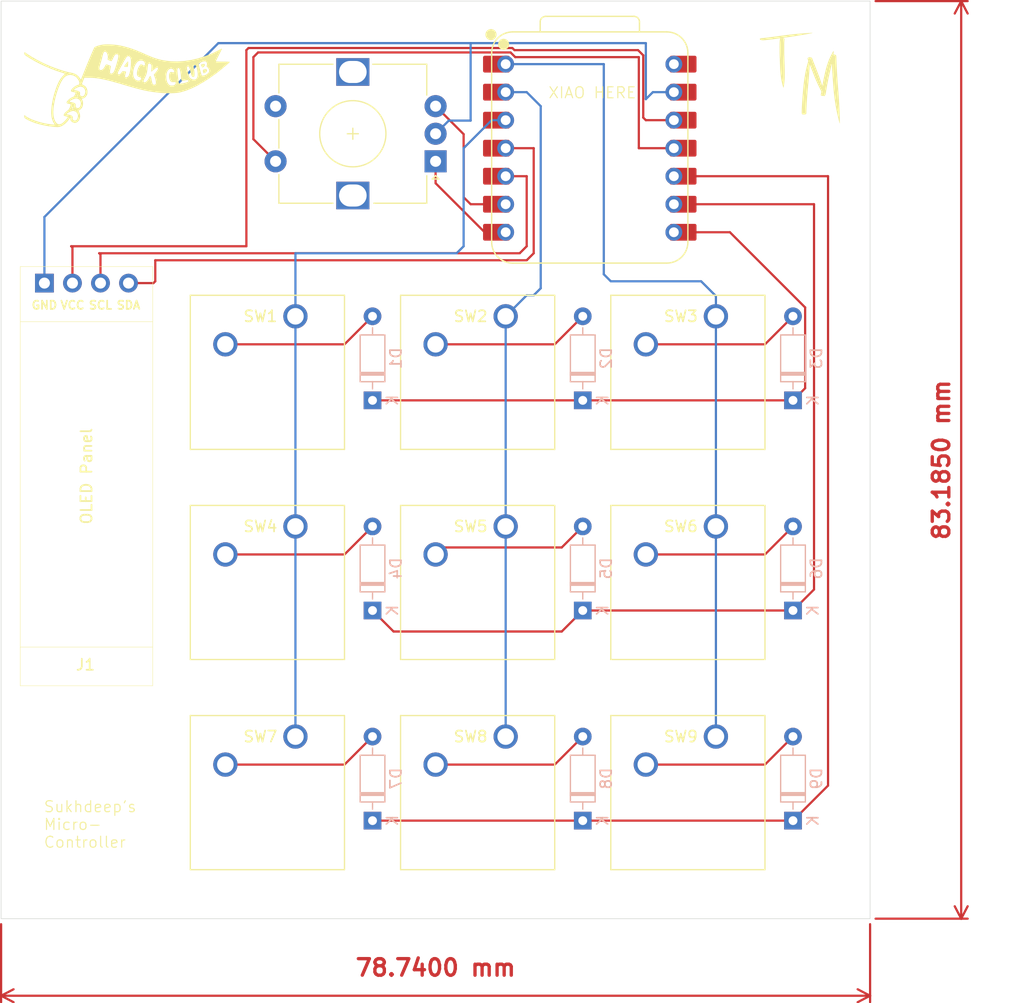
<source format=kicad_pcb>
(kicad_pcb (version 20240108) (generator "pcbnew") (generator_version "8.0")
  (layers (0 "F.Cu" signal) (31 "B.Cu" signal) (34 "B.Paste" user) (35 "F.Paste" user) (36 "B.SilkS" user "B.Silkscreen") (37 "F.SilkS" user "F.Silkscreen") (38 "B.Mask" user) (39 "F.Mask" user) (44 "Edge.Cuts" user))
  (net 0 "")
  (net 1 "GND")
  (net 2 "Net-(U2-GPIO3{slash}MOSI)")
  (net 3 "Net-(D4-A)")
  (net 4 "Row 1")
  (net 5 "Net-(D5-A)")
  (net 6 "Net-(D6-A)")
  (net 7 "Net-(D8-A)")
  (net 8 "Row 2")
  (net 9 "Net-(D9-A)")
  (net 10 "Row 3")
  (net 11 "Column 1")
  (net 12 "Column 2")
  (net 13 "Column 3")
  (net 14 "Net-(U2-GPIO0{slash}TX)")
  (net 15 "+3.3V")
  (net 16 "SDA")
  (net 17 "SCL")
  (net 18 "Net-(D1-A)")
  (net 19 "Net-(D2-A)")
  (net 20 "Net-(D3-A)")
  (net 21 "Net-(D7-A)")
  (net 23 "Net-(U2-GPIO7{slash}SCL)")
  (footprint "Rotary_Encoder:RotaryEncoder_Alps_EC12E-Switch_Vertical_H20mm" (layer "F.Cu") (at 99.695 86.28 180)
    (property "Reference" "SW10" (hide yes))
    (property "Value" "RotaryEncoder_Switch")
    (pad "A" thru_hole rect (at 0 0 180) (size 2 2) (drill 1) (layers "*.Cu" "*.Mask") (net 14 "Net-(U2-GPIO0{slash}TX)"))
    (pad "B" thru_hole circle (at 0 5 180) (size 2 2) (drill 1) (layers "*.Cu" "*.Mask") (net 23 "Net-(U2-GPIO7{slash}SCL)"))
    (pad "C" thru_hole circle (at 0 2.5 180) (size 2 2) (drill 1) (layers "*.Cu" "*.Mask") (net 1 "GND"))
    (pad "MP" thru_hole rect (at 7.5 -3.1 180) (size 3 2.5) (drill oval 2.5 2) (layers "*.Cu" "*.Mask"))
    (pad "MP" thru_hole rect (at 7.5 8.1 180) (size 3 2.5) (drill oval 2.5 2) (layers "*.Cu" "*.Mask"))
    (pad "S1" thru_hole circle (at 14.5 0 180) (size 2 2) (drill 1) (layers "*.Cu" "*.Mask") (net 2 "Net-(U2-GPIO3{slash}MOSI)"))
    (pad "S2" thru_hole circle (at 14.5 5 180) (size 2 2) (drill 1) (layers "*.Cu" "*.Mask"))
  )
  (footprint "img:tm" (layer "F.Cu") (at 132.715 78.74)
    (property "Reference" "G***" (hide yes))
    (property "Value" "LOGO" (hide yes))
  )
  (footprint "Button_Switch_Keyboard:SW_Cherry_MX_1.00u_PCB" (layer "F.Cu") (at 125.095 100.33)
    (property "Reference" "SW3" (at -3.175 0 0) (layer "F.SilkS"))
    (property "Value" "SW_Push_45deg")
    (pad "" np_thru_hole circle (at -7.62 5.08) (size 1.7 1.7) (drill 1.7) (layers "*.Cu" "*.Mask"))
    (pad "" np_thru_hole circle (at -2.54 5.08) (size 4 4) (drill 4) (layers "*.Cu" "*.Mask"))
    (pad "" np_thru_hole circle (at 2.54 5.08) (size 1.7 1.7) (drill 1.7) (layers "*.Cu" "*.Mask"))
    (pad "1" thru_hole circle (at 0 0) (size 2.2 2.2) (drill 1.5) (layers "*.Cu" "*.Mask") (net 13 "Column 3"))
    (pad "2" thru_hole circle (at -6.35 2.54) (size 2.2 2.2) (drill 1.5) (layers "*.Cu" "*.Mask") (net 20 "Net-(D3-A)"))
  )
  (footprint "Button_Switch_Keyboard:SW_Cherry_MX_1.00u_PCB" (layer "F.Cu") (at 106.045 100.33)
    (property "Reference" "SW2" (at -3.175 0 0) (layer "F.SilkS"))
    (property "Value" "SW_Push_45deg")
    (pad "" np_thru_hole circle (at -7.62 5.08) (size 1.7 1.7) (drill 1.7) (layers "*.Cu" "*.Mask"))
    (pad "" np_thru_hole circle (at -2.54 5.08) (size 4 4) (drill 4) (layers "*.Cu" "*.Mask"))
    (pad "" np_thru_hole circle (at 2.54 5.08) (size 1.7 1.7) (drill 1.7) (layers "*.Cu" "*.Mask"))
    (pad "1" thru_hole circle (at 0 0) (size 2.2 2.2) (drill 1.5) (layers "*.Cu" "*.Mask") (net 12 "Column 2"))
    (pad "2" thru_hole circle (at -6.35 2.54) (size 2.2 2.2) (drill 1.5) (layers "*.Cu" "*.Mask") (net 19 "Net-(D2-A)"))
  )
  (footprint "Seeed Studio XIAO Series Library:XIAO-RP2040-DIP" (layer "F.Cu") (at 113.665 85.09)
    (property "Reference" "U2" (hide yes))
    (property "Value" "XIAO-RP2040-DIP")
    (pad "1" smd roundrect (at -8.455 -7.62 180) (size 2.432 1.524) (layers "F.Cu" "F.Mask") (roundrect_rratio 0.1) (net 13 "Column 3"))
    (pad "1" thru_hole circle (at -7.62 -7.62 180) (size 1.524 1.524) (drill 0.889) (layers "*.Cu" "*.Mask") (net 13 "Column 3"))
    (pad "2" smd roundrect (at -8.455 -5.08 180) (size 2.432 1.524) (layers "F.Cu" "F.Mask") (roundrect_rratio 0.1) (net 12 "Column 2"))
    (pad "2" thru_hole circle (at -7.62 -5.08 180) (size 1.524 1.524) (drill 0.889) (layers "*.Cu" "*.Mask") (net 12 "Column 2"))
    (pad "3" smd roundrect (at -8.455 -2.54 180) (size 2.432 1.524) (layers "F.Cu" "F.Mask") (roundrect_rratio 0.1) (net 11 "Column 1"))
    (pad "3" thru_hole circle (at -7.62 -2.54 180) (size 1.524 1.524) (drill 0.889) (layers "*.Cu" "*.Mask") (net 11 "Column 1"))
    (pad "4" smd roundrect (at -8.455 0 180) (size 2.432 1.524) (layers "F.Cu" "F.Mask") (roundrect_rratio 0.1) (net 16 "SDA"))
    (pad "4" thru_hole circle (at -7.62 0 180) (size 1.524 1.524) (drill 0.889) (layers "*.Cu" "*.Mask") (net 16 "SDA"))
    (pad "5" smd roundrect (at -8.455 2.54 180) (size 2.432 1.524) (layers "F.Cu" "F.Mask") (roundrect_rratio 0.1) (net 17 "SCL"))
    (pad "5" thru_hole circle (at -7.62 2.54 180) (size 1.524 1.524) (drill 0.889) (layers "*.Cu" "*.Mask") (net 17 "SCL"))
    (pad "6" smd roundrect (at -8.455 5.08 180) (size 2.432 1.524) (layers "F.Cu" "F.Mask") (roundrect_rratio 0.1) (net 23 "Net-(U2-GPIO7{slash}SCL)"))
    (pad "6" thru_hole circle (at -7.62 5.08 180) (size 1.524 1.524) (drill 0.889) (layers "*.Cu" "*.Mask") (net 23 "Net-(U2-GPIO7{slash}SCL)"))
    (pad "7" smd roundrect (at -8.455 7.62 180) (size 2.432 1.524) (layers "F.Cu" "F.Mask") (roundrect_rratio 0.1) (net 14 "Net-(U2-GPIO0{slash}TX)"))
    (pad "7" thru_hole circle (at -7.62 7.62 180) (size 1.524 1.524) (drill 0.889) (layers "*.Cu" "*.Mask") (net 14 "Net-(U2-GPIO0{slash}TX)"))
    (pad "8" thru_hole circle (at 7.62 7.62) (size 1.524 1.524) (drill 0.889) (layers "*.Cu" "*.Mask") (net 4 "Row 1"))
    (pad "8" smd roundrect (at 8.455 7.62) (size 2.432 1.524) (layers "F.Cu" "F.Mask") (roundrect_rratio 0.1) (net 4 "Row 1"))
    (pad "9" thru_hole circle (at 7.62 5.08) (size 1.524 1.524) (drill 0.889) (layers "*.Cu" "*.Mask") (net 8 "Row 2"))
    (pad "9" smd roundrect (at 8.455 5.08) (size 2.432 1.524) (layers "F.Cu" "F.Mask") (roundrect_rratio 0.1) (net 8 "Row 2"))
    (pad "10" thru_hole circle (at 7.62 2.54) (size 1.524 1.524) (drill 0.889) (layers "*.Cu" "*.Mask") (net 10 "Row 3"))
    (pad "10" smd roundrect (at 8.455 2.54) (size 2.432 1.524) (layers "F.Cu" "F.Mask") (roundrect_rratio 0.1) (net 10 "Row 3"))
    (pad "11" thru_hole circle (at 7.62 0) (size 1.524 1.524) (drill 0.889) (layers "*.Cu" "*.Mask") (net 2 "Net-(U2-GPIO3{slash}MOSI)"))
    (pad "11" smd roundrect (at 8.455 0) (size 2.432 1.524) (layers "F.Cu" "F.Mask") (roundrect_rratio 0.1) (net 2 "Net-(U2-GPIO3{slash}MOSI)"))
    (pad "12" thru_hole circle (at 7.62 -2.54) (size 1.524 1.524) (drill 0.889) (layers "*.Cu" "*.Mask") (net 15 "+3.3V"))
    (pad "12" smd roundrect (at 8.455 -2.54) (size 2.432 1.524) (layers "F.Cu" "F.Mask") (roundrect_rratio 0.1) (net 15 "+3.3V"))
    (pad "13" thru_hole circle (at 7.62 -5.08) (size 1.524 1.524) (drill 0.889) (layers "*.Cu" "*.Mask") (net 1 "GND"))
    (pad "13" smd roundrect (at 8.455 -5.08) (size 2.432 1.524) (layers "F.Cu" "F.Mask") (roundrect_rratio 0.1) (net 1 "GND"))
    (pad "14" thru_hole circle (at 7.62 -7.62) (size 1.524 1.524) (drill 0.889) (layers "*.Cu" "*.Mask"))
    (pad "14" smd roundrect (at 8.455 -7.62) (size 2.432 1.524) (layers "F.Cu" "F.Mask") (roundrect_rratio 0.1))
  )
  (footprint "Button_Switch_Keyboard:SW_Cherry_MX_1.00u_PCB" (layer "F.Cu") (at 125.095 138.43)
    (property "Reference" "SW9" (at -3.175 0 0) (layer "F.SilkS"))
    (property "Value" "SW_Push_45deg")
    (pad "" np_thru_hole circle (at -7.62 5.08) (size 1.7 1.7) (drill 1.7) (layers "*.Cu" "*.Mask"))
    (pad "" np_thru_hole circle (at -2.54 5.08) (size 4 4) (drill 4) (layers "*.Cu" "*.Mask"))
    (pad "" np_thru_hole circle (at 2.54 5.08) (size 1.7 1.7) (drill 1.7) (layers "*.Cu" "*.Mask"))
    (pad "1" thru_hole circle (at 0 0) (size 2.2 2.2) (drill 1.5) (layers "*.Cu" "*.Mask") (net 13 "Column 3"))
    (pad "2" thru_hole circle (at -6.35 2.54) (size 2.2 2.2) (drill 1.5) (layers "*.Cu" "*.Mask") (net 9 "Net-(D9-A)"))
  )
  (footprint "Button_Switch_Keyboard:SW_Cherry_MX_1.00u_PCB" (layer "F.Cu") (at 125.095 119.38)
    (property "Reference" "SW6" (at -3.175 0 0) (layer "F.SilkS"))
    (property "Value" "SW_Push_45deg")
    (pad "" np_thru_hole circle (at -7.62 5.08) (size 1.7 1.7) (drill 1.7) (layers "*.Cu" "*.Mask"))
    (pad "" np_thru_hole circle (at -2.54 5.08) (size 4 4) (drill 4) (layers "*.Cu" "*.Mask"))
    (pad "" np_thru_hole circle (at 2.54 5.08) (size 1.7 1.7) (drill 1.7) (layers "*.Cu" "*.Mask"))
    (pad "1" thru_hole circle (at 0 0) (size 2.2 2.2) (drill 1.5) (layers "*.Cu" "*.Mask") (net 13 "Column 3"))
    (pad "2" thru_hole circle (at -6.35 2.54) (size 2.2 2.2) (drill 1.5) (layers "*.Cu" "*.Mask") (net 6 "Net-(D6-A)"))
  )
  (footprint "Button_Switch_Keyboard:SW_Cherry_MX_1.00u_PCB" (layer "F.Cu") (at 106.045 119.38)
    (property "Reference" "SW5" (at -3.175 0 0) (layer "F.SilkS"))
    (property "Value" "SW_Push_45deg")
    (pad "" np_thru_hole circle (at -7.62 5.08) (size 1.7 1.7) (drill 1.7) (layers "*.Cu" "*.Mask"))
    (pad "" np_thru_hole circle (at -2.54 5.08) (size 4 4) (drill 4) (layers "*.Cu" "*.Mask"))
    (pad "" np_thru_hole circle (at 2.54 5.08) (size 1.7 1.7) (drill 1.7) (layers "*.Cu" "*.Mask"))
    (pad "1" thru_hole circle (at 0 0) (size 2.2 2.2) (drill 1.5) (layers "*.Cu" "*.Mask") (net 12 "Column 2"))
    (pad "2" thru_hole circle (at -6.35 2.54) (size 2.2 2.2) (drill 1.5) (layers "*.Cu" "*.Mask") (net 5 "Net-(D5-A)"))
  )
  (footprint "Button_Switch_Keyboard:SW_Cherry_MX_1.00u_PCB" (layer "F.Cu") (at 86.995 119.38)
    (property "Reference" "SW4" (at -3.175 0 0) (layer "F.SilkS"))
    (property "Value" "SW_Push_45deg")
    (pad "" np_thru_hole circle (at -7.62 5.08) (size 1.7 1.7) (drill 1.7) (layers "*.Cu" "*.Mask"))
    (pad "" np_thru_hole circle (at -2.54 5.08) (size 4 4) (drill 4) (layers "*.Cu" "*.Mask"))
    (pad "" np_thru_hole circle (at 2.54 5.08) (size 1.7 1.7) (drill 1.7) (layers "*.Cu" "*.Mask"))
    (pad "1" thru_hole circle (at 0 0) (size 2.2 2.2) (drill 1.5) (layers "*.Cu" "*.Mask") (net 11 "Column 1"))
    (pad "2" thru_hole circle (at -6.35 2.54) (size 2.2 2.2) (drill 1.5) (layers "*.Cu" "*.Mask") (net 3 "Net-(D4-A)"))
  )
  (footprint "Seeed Studio XIAO Series Library:SSD1306-0.91-OLED-4pin-128x32" (layer "F.Cu") (at 62.06 133.82 90)
    (property "Reference" "J1" (at 1.9 5.91 180) (layer "F.SilkS"))
    (property "Value" "Conn_01x04_Pin")
    (fp_text user "SDA" (at 34.5 9.81 0) (layer "F.SilkS") (effects (font (size 0.75 0.75))))
    (fp_text user "SCL" (at 34.5 7.27 0) (layer "F.SilkS") (effects (font (size 0.75 0.75))))
    (fp_text user "OLED Panel" (at 19 6 90) (layer "F.SilkS"))
    (fp_text user "GND" (at 34.5 2.19 0) (layer "F.SilkS") (effects (font (size 0.75 0.75))))
    (fp_text user "VCC" (at 34.5 4.73 0) (layer "F.SilkS") (effects (font (size 0.75 0.75))))
    (pad "1" thru_hole rect (at 36.5 2.19 90) (size 1.7 1.7) (drill 1) (layers "*.Cu" "*.Mask") (net 1 "GND"))
    (pad "2" thru_hole oval (at 36.5 4.73 90) (size 1.7 1.7) (drill 1) (layers "*.Cu" "*.Mask") (net 15 "+3.3V"))
    (pad "3" thru_hole oval (at 36.5 7.27 90) (size 1.7 1.7) (drill 1) (layers "*.Cu" "*.Mask") (net 17 "SCL"))
    (pad "4" thru_hole oval (at 36.5 9.81 90) (size 1.7 1.7) (drill 1) (layers "*.Cu" "*.Mask") (net 16 "SDA"))
  )
  (footprint "Button_Switch_Keyboard:SW_Cherry_MX_1.00u_PCB" (layer "F.Cu") (at 106.045 138.43)
    (property "Reference" "SW8" (at -3.175 0 0) (layer "F.SilkS"))
    (property "Value" "SW_Push_45deg")
    (pad "" np_thru_hole circle (at -7.62 5.08) (size 1.7 1.7) (drill 1.7) (layers "*.Cu" "*.Mask"))
    (pad "" np_thru_hole circle (at -2.54 5.08) (size 4 4) (drill 4) (layers "*.Cu" "*.Mask"))
    (pad "" np_thru_hole circle (at 2.54 5.08) (size 1.7 1.7) (drill 1.7) (layers "*.Cu" "*.Mask"))
    (pad "1" thru_hole circle (at 0 0) (size 2.2 2.2) (drill 1.5) (layers "*.Cu" "*.Mask") (net 12 "Column 2"))
    (pad "2" thru_hole circle (at -6.35 2.54) (size 2.2 2.2) (drill 1.5) (layers "*.Cu" "*.Mask") (net 7 "Net-(D8-A)"))
  )
  (footprint "Button_Switch_Keyboard:SW_Cherry_MX_1.00u_PCB" (layer "F.Cu") (at 86.995 100.33)
    (property "Reference" "SW1" (at -3.175 0 0) (layer "F.SilkS"))
    (property "Value" "SW_Push_45deg")
    (pad "" np_thru_hole circle (at -7.62 5.08) (size 1.7 1.7) (drill 1.7) (layers "*.Cu" "*.Mask"))
    (pad "" np_thru_hole circle (at -2.54 5.08) (size 4 4) (drill 4) (layers "*.Cu" "*.Mask"))
    (pad "" np_thru_hole circle (at 2.54 5.08) (size 1.7 1.7) (drill 1.7) (layers "*.Cu" "*.Mask"))
    (pad "1" thru_hole circle (at 0 0) (size 2.2 2.2) (drill 1.5) (layers "*.Cu" "*.Mask") (net 11 "Column 1"))
    (pad "2" thru_hole circle (at -6.35 2.54) (size 2.2 2.2) (drill 1.5) (layers "*.Cu" "*.Mask") (net 18 "Net-(D1-A)"))
  )
  (footprint "Button_Switch_Keyboard:SW_Cherry_MX_1.00u_PCB" (layer "F.Cu") (at 86.995 138.43)
    (property "Reference" "SW7" (at -3.175 0 0) (layer "F.SilkS"))
    (property "Value" "SW_Push_45deg")
    (pad "" np_thru_hole circle (at -7.62 5.08) (size 1.7 1.7) (drill 1.7) (layers "*.Cu" "*.Mask"))
    (pad "" np_thru_hole circle (at -2.54 5.08) (size 4 4) (drill 4) (layers "*.Cu" "*.Mask"))
    (pad "" np_thru_hole circle (at 2.54 5.08) (size 1.7 1.7) (drill 1.7) (layers "*.Cu" "*.Mask"))
    (pad "1" thru_hole circle (at 0 0) (size 2.2 2.2) (drill 1.5) (layers "*.Cu" "*.Mask") (net 11 "Column 1"))
    (pad "2" thru_hole circle (at -6.35 2.54) (size 2.2 2.2) (drill 1.5) (layers "*.Cu" "*.Mask") (net 21 "Net-(D7-A)"))
  )
  (footprint "img:hack" (layer "F.Cu") (at 71.755 79.375)
    (property "Reference" "G***" (hide yes))
    (property "Value" "LOGO" (hide yes))
  )
  (footprint "Diode_THT:D_DO-35_SOD27_P7.62mm_Horizontal" (layer "B.Cu") (at 93.98 146.05 90)
    (property "Reference" "D7" (at 3.81 2.12 90) (layer "B.SilkS") (effects (justify mirror)))
    (property "Value" "1N4148")
    (fp_text user "K" (at 0 1.8 90) (layer "B.SilkS") (effects (justify mirror)))
    (pad "1" thru_hole rect (at 0 0 90) (size 1.6 1.6) (drill 0.8) (layers "*.Cu" "*.Mask") (net 10 "Row 3"))
    (pad "2" thru_hole oval (at 7.62 0 90) (size 1.6 1.6) (drill 0.8) (layers "*.Cu" "*.Mask") (net 21 "Net-(D7-A)"))
  )
  (footprint "Diode_THT:D_DO-35_SOD27_P7.62mm_Horizontal" (layer "B.Cu") (at 113.03 146.05 90)
    (property "Reference" "D8" (at 3.81 2.12 90) (layer "B.SilkS") (effects (justify mirror)))
    (property "Value" "1N4148")
    (fp_text user "K" (at 0 1.8 90) (layer "B.SilkS") (effects (justify mirror)))
    (pad "1" thru_hole rect (at 0 0 90) (size 1.6 1.6) (drill 0.8) (layers "*.Cu" "*.Mask") (net 10 "Row 3"))
    (pad "2" thru_hole oval (at 7.62 0 90) (size 1.6 1.6) (drill 0.8) (layers "*.Cu" "*.Mask") (net 7 "Net-(D8-A)"))
  )
  (footprint "Diode_THT:D_DO-35_SOD27_P7.62mm_Horizontal" (layer "B.Cu") (at 93.98 127 90)
    (property "Reference" "D4" (at 3.81 2.12 90) (layer "B.SilkS") (effects (justify mirror)))
    (property "Value" "1N4148")
    (fp_text user "K" (at 0 1.8 90) (layer "B.SilkS") (effects (justify mirror)))
    (pad "1" thru_hole rect (at 0 0 90) (size 1.6 1.6) (drill 0.8) (layers "*.Cu" "*.Mask") (net 8 "Row 2"))
    (pad "2" thru_hole oval (at 7.62 0 90) (size 1.6 1.6) (drill 0.8) (layers "*.Cu" "*.Mask") (net 3 "Net-(D4-A)"))
  )
  (footprint "Diode_THT:D_DO-35_SOD27_P7.62mm_Horizontal" (layer "B.Cu") (at 132.08 127 90)
    (property "Reference" "D6" (at 3.81 2.12 90) (layer "B.SilkS") (effects (justify mirror)))
    (property "Value" "1N4148")
    (fp_text user "K" (at 0 1.8 90) (layer "B.SilkS") (effects (justify mirror)))
    (pad "1" thru_hole rect (at 0 0 90) (size 1.6 1.6) (drill 0.8) (layers "*.Cu" "*.Mask") (net 8 "Row 2"))
    (pad "2" thru_hole oval (at 7.62 0 90) (size 1.6 1.6) (drill 0.8) (layers "*.Cu" "*.Mask") (net 6 "Net-(D6-A)"))
  )
  (footprint "Diode_THT:D_DO-35_SOD27_P7.62mm_Horizontal" (layer "B.Cu") (at 113.03 127 90)
    (property "Reference" "D5" (at 3.81 2.12 90) (layer "B.SilkS") (effects (justify mirror)))
    (property "Value" "1N4148")
    (fp_text user "K" (at 0 1.8 90) (layer "B.SilkS") (effects (justify mirror)))
    (pad "1" thru_hole rect (at 0 0 90) (size 1.6 1.6) (drill 0.8) (layers "*.Cu" "*.Mask") (net 8 "Row 2"))
    (pad "2" thru_hole oval (at 7.62 0 90) (size 1.6 1.6) (drill 0.8) (layers "*.Cu" "*.Mask") (net 5 "Net-(D5-A)"))
  )
  (footprint "Diode_THT:D_DO-35_SOD27_P7.62mm_Horizontal" (layer "B.Cu") (at 93.98 107.95 90)
    (property "Reference" "D1" (at 3.81 2.12 90) (layer "B.SilkS") (effects (justify mirror)))
    (property "Value" "1N4148")
    (fp_text user "K" (at 0 1.8 90) (layer "B.SilkS") (effects (justify mirror)))
    (pad "1" thru_hole rect (at 0 0 90) (size 1.6 1.6) (drill 0.8) (layers "*.Cu" "*.Mask") (net 4 "Row 1"))
    (pad "2" thru_hole oval (at 7.62 0 90) (size 1.6 1.6) (drill 0.8) (layers "*.Cu" "*.Mask") (net 18 "Net-(D1-A)"))
  )
  (footprint "Diode_THT:D_DO-35_SOD27_P7.62mm_Horizontal" (layer "B.Cu") (at 113.03 107.95 90)
    (property "Reference" "D2" (at 3.81 2.12 90) (layer "B.SilkS") (effects (justify mirror)))
    (property "Value" "1N4148")
    (fp_text user "K" (at 0 1.8 90) (layer "B.SilkS") (effects (justify mirror)))
    (pad "1" thru_hole rect (at 0 0 90) (size 1.6 1.6) (drill 0.8) (layers "*.Cu" "*.Mask") (net 4 "Row 1"))
    (pad "2" thru_hole oval (at 7.62 0 90) (size 1.6 1.6) (drill 0.8) (layers "*.Cu" "*.Mask") (net 19 "Net-(D2-A)"))
  )
  (footprint "Diode_THT:D_DO-35_SOD27_P7.62mm_Horizontal" (layer "B.Cu") (at 132.08 107.95 90)
    (property "Reference" "D3" (at 3.81 2.12 90) (layer "B.SilkS") (effects (justify mirror)))
    (property "Value" "1N4148")
    (fp_text user "K" (at 0 1.8 90) (layer "B.SilkS") (effects (justify mirror)))
    (pad "1" thru_hole rect (at 0 0 90) (size 1.6 1.6) (drill 0.8) (layers "*.Cu" "*.Mask") (net 4 "Row 1"))
    (pad "2" thru_hole oval (at 7.62 0 90) (size 1.6 1.6) (drill 0.8) (layers "*.Cu" "*.Mask") (net 20 "Net-(D3-A)"))
  )
  (footprint "Diode_THT:D_DO-35_SOD27_P7.62mm_Horizontal" (layer "B.Cu") (at 132.08 146.05 90)
    (property "Reference" "D9" (at 3.81 2.12 90) (layer "B.SilkS") (effects (justify mirror)))
    (property "Value" "1N4148")
    (fp_text user "K" (at 0 1.8 90) (layer "B.SilkS") (effects (justify mirror)))
    (pad "1" thru_hole rect (at 0 0 90) (size 1.6 1.6) (drill 0.8) (layers "*.Cu" "*.Mask") (net 10 "Row 3"))
    (pad "2" thru_hole oval (at 7.62 0 90) (size 1.6 1.6) (drill 0.8) (layers "*.Cu" "*.Mask") (net 9 "Net-(D9-A)"))
  )
  (gr_rect (start 60.325 71.755) (end 139.065 154.94) (stroke (width 0.05)) (fill none) (layer "Edge.Cuts"))
  (gr_text "XIAO HERE" (at 109.855 80.645 0) (layer "F.SilkS") (effects (font (size 1 1) (thickness 0.1)) (justify left bottom)))
  (gr_text "Sukhdeep's \nMicro-\nController" (at 64.135 148.59 0) (layer "F.SilkS") (effects (font (size 1 1) (thickness 0.1)) (justify left bottom)))
  (dimension (type aligned) (layer "F.Cu") (pts (xy 60.325 154.94) (xy 139.065 154.94)) (height 6.985) (gr_text "78.7400 mm" (at 99.695 159.385 0) (layer "F.Cu") (effects (font (size 1.5 1.5) (thickness 0.3)))) (format (prefix "") (suffix "") (units 3) (units_format 1) (precision 4)) (style (thickness 0.2) (arrow_length 1.27) (text_position_mode 2) (extension_height 0.58642) (extension_offset 0.5) keep_text_aligned))
  (dimension (type aligned) (layer "F.Cu") (pts (xy 139.065 71.755) (xy 139.065 154.94)) (height -8.255) (gr_text "83.1850 mm" (at 145.52 113.3475 90) (layer "F.Cu") (effects (font (size 1.5 1.5) (thickness 0.3)))) (format (prefix "") (suffix "") (units 3) (units_format 1) (precision 4)) (style (thickness 0.2) (arrow_length 1.27) (text_position_mode 0) (extension_height 0.58642) (extension_offset 0.5) keep_text_aligned))
  (segment (start 121.285 80.01) (end 122.36263 80.01) (width 0.2) (layer "F.Cu") (net 1))
  (segment (start 102.87 82.59) (end 102.87 75.565) (width 0.2) (layer "B.Cu") (net 1))
  (segment (start 64.25 91.325) (end 80.01 75.565) (width 0.2) (layer "B.Cu") (net 1))
  (segment (start 102.87 75.565) (end 118.745 75.565) (width 0.2) (layer "B.Cu") (net 1))
  (segment (start 118.745 75.565) (end 118.745 80.645) (width 0.2) (layer "B.Cu") (net 1))
  (segment (start 80.01 75.565) (end 102.87 75.565) (width 0.2) (layer "B.Cu") (net 1))
  (segment (start 99.695 83.78) (end 100.885 82.59) (width 0.2) (layer "B.Cu") (net 1))
  (segment (start 118.745 80.645) (end 119.38 80.01) (width 0.2) (layer "B.Cu") (net 1))
  (segment (start 119.38 80.01) (end 121.285 80.01) (width 0.2) (layer "B.Cu") (net 1))
  (segment (start 64.25 97.32) (end 64.25 91.325) (width 0.2) (layer "B.Cu") (net 1))
  (segment (start 100.885 82.59) (end 102.87 82.59) (width 0.2) (layer "B.Cu") (net 1))
  (segment (start 118.11 76.835) (end 118.11 85.09) (width 0.2) (layer "F.Cu") (net 2))
  (segment (start 83.185 84.27) (end 83.185 76.835) (width 0.2) (layer "F.Cu") (net 2))
  (segment (start 106.484895 76.408) (end 106.911895 76.835) (width 0.2) (layer "F.Cu") (net 2))
  (segment (start 83.612 76.408) (end 106.484895 76.408) (width 0.2) (layer "F.Cu") (net 2))
  (segment (start 106.911895 76.835) (end 118.11 76.835) (width 0.2) (layer "F.Cu") (net 2))
  (segment (start 83.185 76.835) (end 83.612 76.408) (width 0.2) (layer "F.Cu") (net 2))
  (segment (start 118.11 85.09) (end 121.285 85.09) (width 0.2) (layer "F.Cu") (net 2))
  (segment (start 85.195 86.28) (end 83.185 84.27) (width 0.2) (layer "F.Cu") (net 2))
  (segment (start 91.44 121.92) (end 93.98 119.38) (width 0.2) (layer "F.Cu") (net 3))
  (segment (start 80.645 121.92) (end 91.44 121.92) (width 0.2) (layer "F.Cu") (net 3))
  (segment (start 132.08 107.95) (end 133.18 106.85) (width 0.2) (layer "F.Cu") (net 4))
  (segment (start 133.18 99.525) (end 126.365 92.71) (width 0.2) (layer "F.Cu") (net 4))
  (segment (start 133.18 106.85) (end 133.18 99.525) (width 0.2) (layer "F.Cu") (net 4))
  (segment (start 93.98 107.95) (end 132.08 107.95) (width 0.2) (layer "F.Cu") (net 4))
  (segment (start 126.365 92.71) (end 121.285 92.71) (width 0.2) (layer "F.Cu") (net 4))
  (segment (start 99.695 121.92) (end 100.33 121.285) (width 0.2) (layer "F.Cu") (net 5))
  (segment (start 111.125 121.285) (end 113.03 119.38) (width 0.2) (layer "F.Cu") (net 5))
  (segment (start 100.33 121.285) (end 111.125 121.285) (width 0.2) (layer "F.Cu") (net 5))
  (segment (start 118.745 121.92) (end 129.54 121.92) (width 0.2) (layer "F.Cu") (net 6))
  (segment (start 129.54 121.92) (end 132.08 119.38) (width 0.2) (layer "F.Cu") (net 6))
  (segment (start 99.695 140.97) (end 110.49 140.97) (width 0.2) (layer "F.Cu") (net 7))
  (segment (start 110.49 140.97) (end 113.03 138.43) (width 0.2) (layer "F.Cu") (net 7))
  (segment (start 132.08 127) (end 133.985 125.095) (width 0.2) (layer "F.Cu") (net 8))
  (segment (start 113.03 127) (end 132.08 127) (width 0.2) (layer "F.Cu") (net 8))
  (segment (start 133.985 125.095) (end 133.985 90.17) (width 0.2) (layer "F.Cu") (net 8))
  (segment (start 95.885 128.905) (end 111.125 128.905) (width 0.2) (layer "F.Cu") (net 8))
  (segment (start 93.98 127) (end 95.885 128.905) (width 0.2) (layer "F.Cu") (net 8))
  (segment (start 111.125 128.905) (end 113.03 127) (width 0.2) (layer "F.Cu") (net 8))
  (segment (start 133.985 90.17) (end 121.285 90.17) (width 0.2) (layer "F.Cu") (net 8))
  (segment (start 129.54 140.97) (end 132.08 138.43) (width 0.2) (layer "F.Cu") (net 9))
  (segment (start 118.745 140.97) (end 129.54 140.97) (width 0.2) (layer "F.Cu") (net 9))
  (segment (start 135.255 142.875) (end 135.255 87.63) (width 0.2) (layer "F.Cu") (net 10))
  (segment (start 135.255 87.63) (end 121.285 87.63) (width 0.2) (layer "F.Cu") (net 10))
  (segment (start 132.08 146.05) (end 135.255 142.875) (width 0.2) (layer "F.Cu") (net 10))
  (segment (start 93.98 146.05) (end 132.08 146.05) (width 0.2) (layer "F.Cu") (net 10))
  (segment (start 104.775 82.55) (end 102.235 85.09) (width 0.2) (layer "B.Cu") (net 11))
  (segment (start 102.235 93.98) (end 101.6 94.615) (width 0.2) (layer "B.Cu") (net 11))
  (segment (start 86.995 94.615) (end 86.995 100.33) (width 0.2) (layer "B.Cu") (net 11))
  (segment (start 86.995 100.33) (end 86.995 138.43) (width 0.2) (layer "B.Cu") (net 11))
  (segment (start 102.235 85.09) (end 102.235 93.98) (width 0.2) (layer "B.Cu") (net 11))
  (segment (start 101.6 94.615) (end 86.995 94.615) (width 0.2) (layer "B.Cu") (net 11))
  (segment (start 106.045 82.55) (end 104.775 82.55) (width 0.2) (layer "B.Cu") (net 11))
  (segment (start 108.585 98.425) (end 107.95 98.425) (width 0.2) (layer "B.Cu") (net 12))
  (segment (start 106.045 80.01) (end 107.95 80.01) (width 0.2) (layer "B.Cu") (net 12))
  (segment (start 107.95 98.425) (end 106.045 100.33) (width 0.2) (layer "B.Cu") (net 12))
  (segment (start 109.22 81.28) (end 109.22 97.79) (width 0.2) (layer "B.Cu") (net 12))
  (segment (start 109.22 97.79) (end 108.585 98.425) (width 0.2) (layer "B.Cu") (net 12))
  (segment (start 107.95 80.01) (end 109.22 81.28) (width 0.2) (layer "B.Cu") (net 12))
  (segment (start 106.045 100.33) (end 106.045 138.43) (width 0.2) (layer "B.Cu") (net 12))
  (segment (start 114.935 77.47) (end 106.045 77.47) (width 0.2) (layer "B.Cu") (net 13))
  (segment (start 125.095 98.494315) (end 123.755685 97.155) (width 0.2) (layer "B.Cu") (net 13))
  (segment (start 114.935 96.52) (end 114.935 77.47) (width 0.2) (layer "B.Cu") (net 13))
  (segment (start 123.755685 97.155) (end 115.57 97.155) (width 0.2) (layer "B.Cu") (net 13))
  (segment (start 115.57 97.155) (end 114.935 96.52) (width 0.2) (layer "B.Cu") (net 13))
  (segment (start 125.095 100.33) (end 125.095 138.43) (width 0.2) (layer "B.Cu") (net 13))
  (segment (start 125.095 100.33) (end 125.095 98.494315) (width 0.2) (layer "B.Cu") (net 13))
  (segment (start 99.695 88.265) (end 99.695 86.28) (width 0.2) (layer "F.Cu") (net 14))
  (segment (start 99.695 88.265) (end 104.14 92.71) (width 0.2) (layer "F.Cu") (net 14))
  (segment (start 104.14 92.71) (end 106.045 92.71) (width 0.2) (layer "F.Cu") (net 14))
  (segment (start 118.040685 76.2) (end 118.51 76.669315) (width 0.2) (layer "F.Cu") (net 15))
  (segment (start 118.745 82.55) (end 121.285 82.55) (width 0.2) (layer "F.Cu") (net 15))
  (segment (start 66.79 94.095) (end 66.675 93.98) (width 0.2) (layer "F.Cu") (net 15))
  (segment (start 82.55 93.98) (end 82.55 76.2) (width 0.2) (layer "F.Cu") (net 15))
  (segment (start 118.51 82.315) (end 118.745 82.55) (width 0.2) (layer "F.Cu") (net 15))
  (segment (start 106.84258 76.2) (end 118.040685 76.2) (width 0.2) (layer "F.Cu") (net 15))
  (segment (start 118.51 76.669315) (end 118.51 82.315) (width 0.2) (layer "F.Cu") (net 15))
  (segment (start 66.675 93.98) (end 82.55 93.98) (width 0.2) (layer "F.Cu") (net 15))
  (segment (start 106.65058 76.008) (end 106.84258 76.2) (width 0.2) (layer "F.Cu") (net 15))
  (segment (start 82.55 76.2) (end 82.742 76.008) (width 0.2) (layer "F.Cu") (net 15))
  (segment (start 82.742 76.008) (end 106.65058 76.008) (width 0.2) (layer "F.Cu") (net 15))
  (segment (start 66.79 97.32) (end 66.79 94.095) (width 0.2) (layer "F.Cu") (net 15))
  (segment (start 108.585 85.09) (end 106.045 85.09) (width 0.2) (layer "F.Cu") (net 16))
  (segment (start 107.95 95.25) (end 108.585 94.615) (width 0.2) (layer "F.Cu") (net 16))
  (segment (start 71.87 97.32) (end 74.13 97.32) (width 0.2) (layer "F.Cu") (net 16))
  (segment (start 74.13 97.32) (end 74.295 97.155) (width 0.2) (layer "F.Cu") (net 16))
  (segment (start 108.585 94.615) (end 108.585 85.09) (width 0.2) (layer "F.Cu") (net 16))
  (segment (start 74.295 97.155) (end 74.295 95.25) (width 0.2) (layer "F.Cu") (net 16))
  (segment (start 74.295 95.25) (end 107.95 95.25) (width 0.2) (layer "F.Cu") (net 16))
  (segment (start 107.95 93.98) (end 107.95 87.63) (width 0.2) (layer "F.Cu") (net 17))
  (segment (start 69.33 94.73) (end 69.215 94.615) (width 0.2) (layer "F.Cu") (net 17))
  (segment (start 107.315 94.615) (end 107.95 93.98) (width 0.2) (layer "F.Cu") (net 17))
  (segment (start 69.33 97.32) (end 69.33 94.73) (width 0.2) (layer "F.Cu") (net 17))
  (segment (start 69.215 94.615) (end 107.315 94.615) (width 0.2) (layer "F.Cu") (net 17))
  (segment (start 107.95 87.63) (end 106.045 87.63) (width 0.2) (layer "F.Cu") (net 17))
  (segment (start 91.44 102.87) (end 93.98 100.33) (width 0.2) (layer "F.Cu") (net 18))
  (segment (start 80.645 102.87) (end 91.44 102.87) (width 0.2) (layer "F.Cu") (net 18))
  (segment (start 110.49 102.87) (end 113.03 100.33) (width 0.2) (layer "F.Cu") (net 19))
  (segment (start 99.695 102.87) (end 110.49 102.87) (width 0.2) (layer "F.Cu") (net 19))
  (segment (start 118.745 102.87) (end 129.54 102.87) (width 0.2) (layer "F.Cu") (net 20))
  (segment (start 129.54 102.87) (end 132.08 100.33) (width 0.2) (layer "F.Cu") (net 20))
  (segment (start 80.645 140.97) (end 91.44 140.97) (width 0.2) (layer "F.Cu") (net 21))
  (segment (start 91.44 140.97) (end 93.98 138.43) (width 0.2) (layer "F.Cu") (net 21))
  (segment (start 102.235 89.535) (end 102.235 83.82) (width 0.2) (layer "F.Cu") (net 23))
  (segment (start 105.21 90.17) (end 106.045 90.17) (width 0.2) (layer "F.Cu") (net 23))
  (segment (start 102.235 83.82) (end 99.695 81.28) (width 0.2) (layer "F.Cu") (net 23))
  (segment (start 102.87 90.17) (end 102.235 89.535) (width 0.2) (layer "F.Cu") (net 23))
  (segment (start 106.045 90.17) (end 102.87 90.17) (width 0.2) (layer "F.Cu") (net 23))
)
</source>
